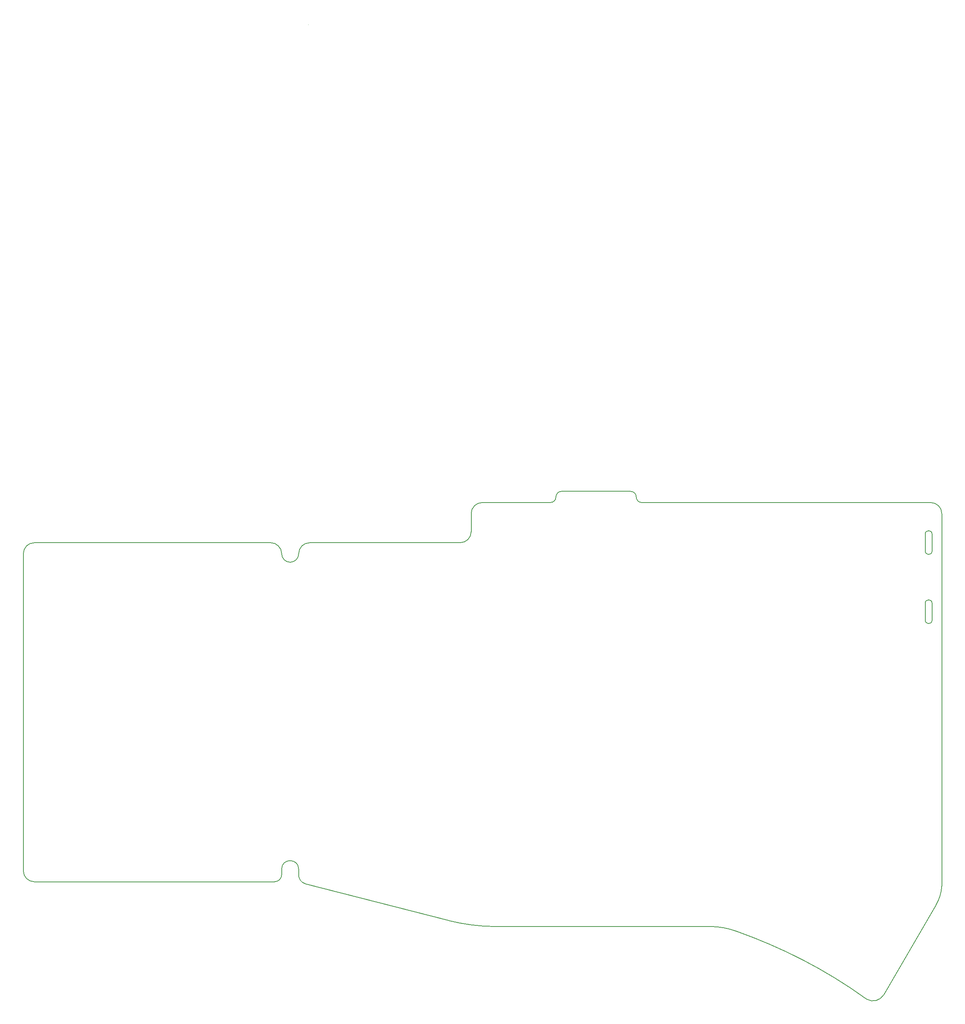
<source format=gbr>
G04 #@! TF.GenerationSoftware,KiCad,Pcbnew,(6.0.6)*
G04 #@! TF.CreationDate,2022-08-01T11:52:36+07:00*
G04 #@! TF.ProjectId,SofleKeyboard,536f666c-654b-4657-9962-6f6172642e6b,rev?*
G04 #@! TF.SameCoordinates,Original*
G04 #@! TF.FileFunction,Profile,NP*
%FSLAX46Y46*%
G04 Gerber Fmt 4.6, Leading zero omitted, Abs format (unit mm)*
G04 Created by KiCad (PCBNEW (6.0.6)) date 2022-08-01 11:52:36*
%MOMM*%
%LPD*%
G01*
G04 APERTURE LIST*
G04 #@! TA.AperFunction,Profile*
%ADD10C,0.150000*%
G04 #@! TD*
G04 #@! TA.AperFunction,Profile*
%ADD11C,0.100000*%
G04 #@! TD*
G04 APERTURE END LIST*
D10*
X252984000Y-44069000D02*
X252984000Y-47879000D01*
X112522000Y-120373817D02*
X112522000Y-119151400D01*
X243684140Y-147297818D02*
X255368140Y-127231818D01*
X50800000Y-48481581D02*
X50800001Y-119509582D01*
X254508000Y-47879000D02*
X254508000Y-44069000D01*
X210664136Y-133073828D02*
G75*
G03*
X204822140Y-132008582I-5948436J-16070372D01*
G01*
X113979000Y-122405818D02*
X146148141Y-130681580D01*
X254222141Y-37008582D02*
X226695141Y-37008582D01*
X171445141Y-34508640D02*
G75*
G03*
X170195140Y-35758582I-41J-1249960D01*
G01*
X112522031Y-120373818D02*
G75*
G03*
X113979000Y-122405818I2012169J-95582D01*
G01*
D11*
X114631150Y70080646D02*
X114631150Y70080646D01*
D10*
X207195141Y-37008582D02*
X189445141Y-37008580D01*
X108712018Y-48481580D02*
G75*
G03*
X106239000Y-46008582I-2473018J-20D01*
G01*
X108712000Y-48481580D02*
G75*
G03*
X112522000Y-48481582I1905000J-20D01*
G01*
X255368134Y-127231815D02*
G75*
G03*
X256695140Y-122913818I-8204834J4884415D01*
G01*
X226695141Y-37008582D02*
X207195141Y-37008582D01*
X108712000Y-119151400D02*
X108712000Y-120373817D01*
X252984000Y-47879000D02*
G75*
G03*
X254508000Y-47879000I762000J0D01*
G01*
X156562141Y-132008580D02*
X204822140Y-132008582D01*
X256695118Y-39481582D02*
G75*
G03*
X254222141Y-37008582I-2473018J-18D01*
G01*
X151195140Y-39481582D02*
X151195140Y-43535581D01*
X168945140Y-37008582D02*
X153668140Y-37008582D01*
X254508000Y-63373000D02*
X254508000Y-59563000D01*
X188195120Y-35758580D02*
G75*
G03*
X189445141Y-37008580I1249980J-20D01*
G01*
X50800018Y-119509582D02*
G75*
G03*
X53273000Y-121982582I2472982J-18D01*
G01*
X256695140Y-39481582D02*
X256695140Y-122913818D01*
X148722140Y-46008640D02*
G75*
G03*
X151195140Y-43535581I-40J2473040D01*
G01*
X239874121Y-148313852D02*
G75*
G03*
X243684140Y-147297818I1389679J2440452D01*
G01*
X153668140Y-37008640D02*
G75*
G03*
X151195140Y-39481582I-40J-2472960D01*
G01*
X252984000Y-59563000D02*
X252984000Y-63373000D01*
X107103236Y-121982581D02*
X53273000Y-121982582D01*
X188195118Y-35758580D02*
G75*
G03*
X186945140Y-34508582I-1250018J-20D01*
G01*
X107103236Y-121982600D02*
G75*
G03*
X108712000Y-120373817I-36J1608800D01*
G01*
X254508000Y-59563000D02*
G75*
G03*
X252984000Y-59563000I-762000J0D01*
G01*
X148722140Y-46008582D02*
X114994999Y-46008582D01*
X168945140Y-37008640D02*
G75*
G03*
X170195140Y-35758582I-40J1250040D01*
G01*
X239874141Y-148313817D02*
G75*
G03*
X225396141Y-139423816I-65105241J-89794283D01*
G01*
X106239000Y-46008582D02*
X53273000Y-46008582D01*
X114994999Y-46008600D02*
G75*
G03*
X112522000Y-48481582I1J-2473000D01*
G01*
X112522000Y-119151400D02*
G75*
G03*
X108712000Y-119151400I-1905000J0D01*
G01*
X225396141Y-139423816D02*
G75*
G03*
X210664140Y-133073818I-55079341J-107519984D01*
G01*
X254508000Y-44069000D02*
G75*
G03*
X252984000Y-44069000I-762000J0D01*
G01*
X252984000Y-63373000D02*
G75*
G03*
X254508000Y-63373000I762000J0D01*
G01*
X146148141Y-130681579D02*
G75*
G03*
X156562141Y-132008580I10763859J42945479D01*
G01*
X53273000Y-46008600D02*
G75*
G03*
X50800000Y-48481581I0J-2473000D01*
G01*
X186945140Y-34508582D02*
X171445141Y-34508581D01*
M02*

</source>
